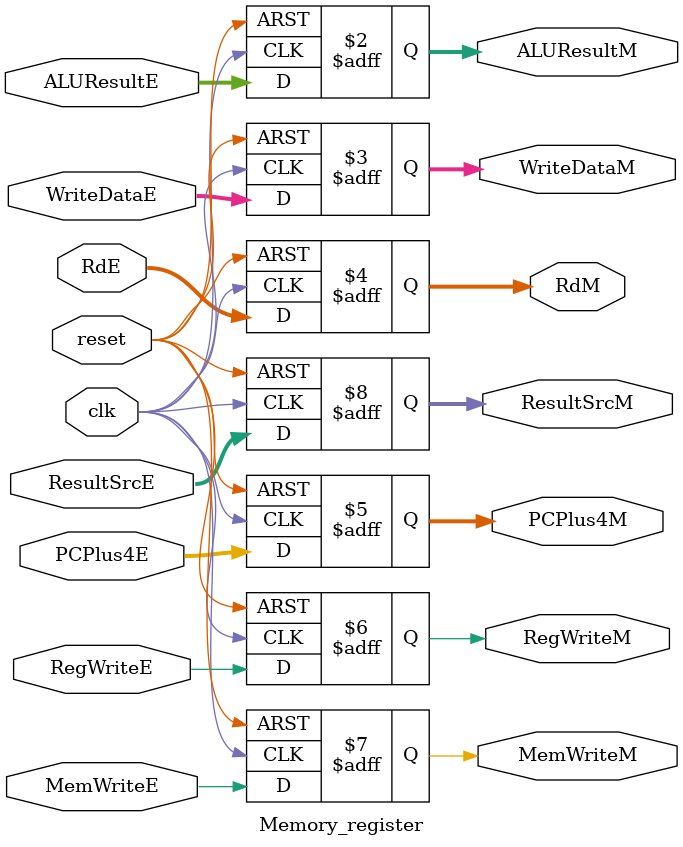
<source format=sv>
`timescale 1ns / 1ps

module Memory_register(
                input logic clk, reset,
                input logic [31:0] ALUResultE, WriteDataE, 
                input logic [4:0] RdE, 
                input logic [31:0] PCPlus4E,
                output logic [31:0] ALUResultM, WriteDataM,
                output logic [4:0] RdM, 
                output logic [31:0] PCPlus4M,
                input logic RegWriteE, MemWriteE,
                input logic [1:0] ResultSrcE,  
                output logic RegWriteM, MemWriteM,
                output logic [1:0] ResultSrcM
    );
    always_ff @( posedge clk, posedge reset ) begin 
    if (reset) begin
        ALUResultM <= 0;
        WriteDataM <= 0;
        RdM <= 0; 
        PCPlus4M <= 0;
        RegWriteM <= 0;
        MemWriteM <= 0;
        ResultSrcM <= 0;
    end

    else begin
        ALUResultM <= ALUResultE;
        WriteDataM <= WriteDataE;
        RdM <= RdE; 
        PCPlus4M <= PCPlus4E;   
        RegWriteM <= RegWriteE;
        MemWriteM <= MemWriteE;
        ResultSrcM <= ResultSrcE;     
    end
    
end
endmodule

</source>
